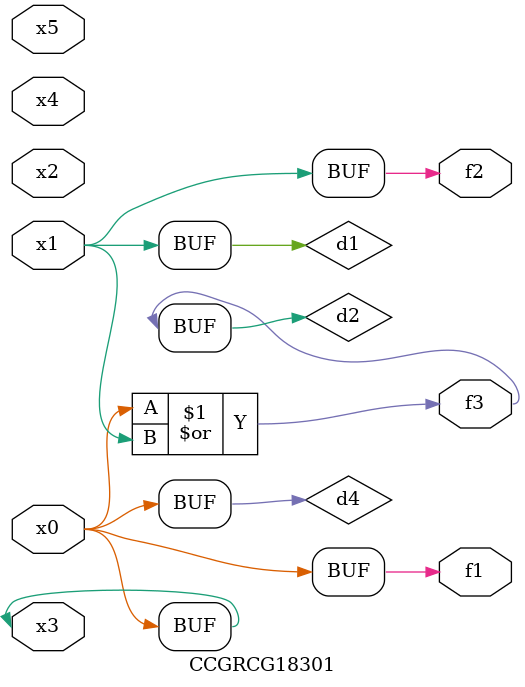
<source format=v>
module CCGRCG18301(
	input x0, x1, x2, x3, x4, x5,
	output f1, f2, f3
);

	wire d1, d2, d3, d4;

	and (d1, x1);
	or (d2, x0, x1);
	nand (d3, x0, x5);
	buf (d4, x0, x3);
	assign f1 = d4;
	assign f2 = d1;
	assign f3 = d2;
endmodule

</source>
